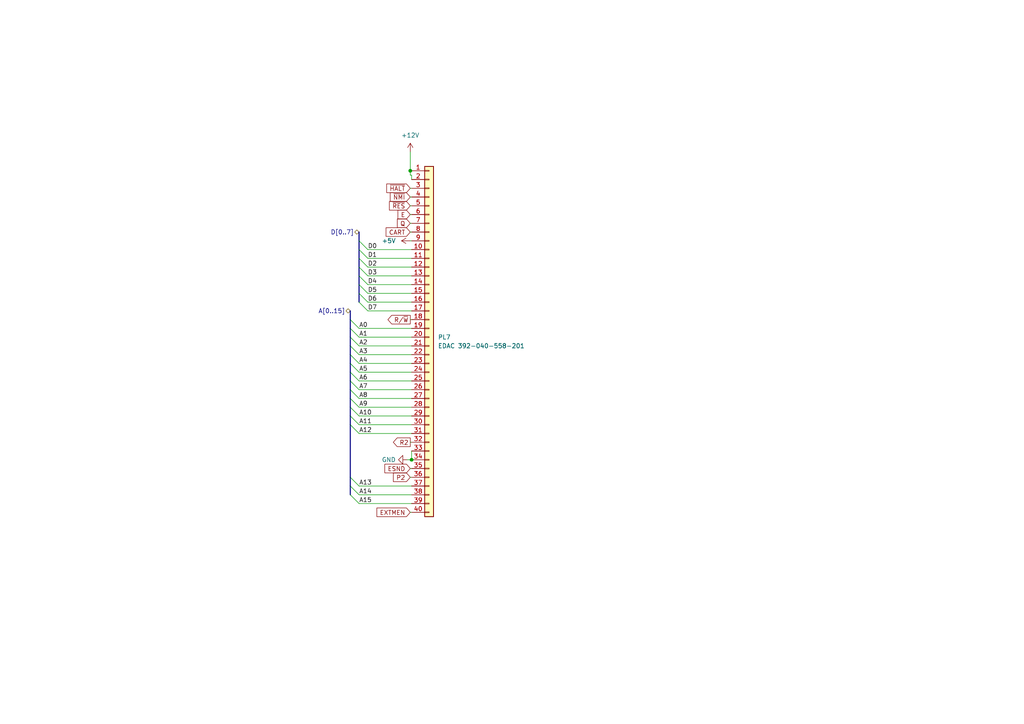
<source format=kicad_sch>
(kicad_sch (version 20231120) (generator "eeschema") (generator_version "8.0")
  (paper "A4")
  (lib_symbols
    (symbol "Connector_Generic:Conn_01x40" (pin_names (offset 1.016) hide)
      (property "Reference" "J" (at 0 50.8 0))
      (property "Value" "Conn_01x40" (at 0 -53.34 0))
      (symbol "Conn_01x40_1_1"
        (rectangle (start -1.27 -50.673) (end 0 -50.927) (stroke (width 0.1524)))
        (rectangle (start -1.27 -48.133) (end 0 -48.387) (stroke (width 0.1524)))
        (rectangle (start -1.27 -45.593) (end 0 -45.847) (stroke (width 0.1524)))
        (rectangle (start -1.27 -43.053) (end 0 -43.307) (stroke (width 0.1524)))
        (rectangle (start -1.27 -40.513) (end 0 -40.767) (stroke (width 0.1524)))
        (rectangle (start -1.27 -37.973) (end 0 -38.227) (stroke (width 0.1524)))
        (rectangle (start -1.27 -35.433) (end 0 -35.687) (stroke (width 0.1524)))
        (rectangle (start -1.27 -32.893) (end 0 -33.147) (stroke (width 0.1524)))
        (rectangle (start -1.27 -30.353) (end 0 -30.607) (stroke (width 0.1524)))
        (rectangle (start -1.27 -27.813) (end 0 -28.067) (stroke (width 0.1524)))
        (rectangle (start -1.27 -25.273) (end 0 -25.527) (stroke (width 0.1524)))
        (rectangle (start -1.27 -22.733) (end 0 -22.987) (stroke (width 0.1524)))
        (rectangle (start -1.27 -20.193) (end 0 -20.447) (stroke (width 0.1524)))
        (rectangle (start -1.27 -17.653) (end 0 -17.907) (stroke (width 0.1524)))
        (rectangle (start -1.27 -15.113) (end 0 -15.367) (stroke (width 0.1524)))
        (rectangle (start -1.27 -12.573) (end 0 -12.827) (stroke (width 0.1524)))
        (rectangle (start -1.27 -10.033) (end 0 -10.287) (stroke (width 0.1524)))
        (rectangle (start -1.27 -7.493) (end 0 -7.747) (stroke (width 0.1524)))
        (rectangle (start -1.27 -4.953) (end 0 -5.207) (stroke (width 0.1524)))
        (rectangle (start -1.27 -2.413) (end 0 -2.667) (stroke (width 0.1524)))
        (rectangle (start -1.27 0.127) (end 0 -0.127) (stroke (width 0.1524)))
        (rectangle (start -1.27 2.667) (end 0 2.413) (stroke (width 0.1524)))
        (rectangle (start -1.27 5.207) (end 0 4.953) (stroke (width 0.1524)))
        (rectangle (start -1.27 7.747) (end 0 7.493) (stroke (width 0.1524)))
        (rectangle (start -1.27 10.287) (end 0 10.033) (stroke (width 0.1524)))
        (rectangle (start -1.27 12.827) (end 0 12.573) (stroke (width 0.1524)))
        (rectangle (start -1.27 15.367) (end 0 15.113) (stroke (width 0.1524)))
        (rectangle (start -1.27 17.907) (end 0 17.653) (stroke (width 0.1524)))
        (rectangle (start -1.27 20.447) (end 0 20.193) (stroke (width 0.1524)))
        (rectangle (start -1.27 22.987) (end 0 22.733) (stroke (width 0.1524)))
        (rectangle (start -1.27 25.527) (end 0 25.273) (stroke (width 0.1524)))
        (rectangle (start -1.27 28.067) (end 0 27.813) (stroke (width 0.1524)))
        (rectangle (start -1.27 30.607) (end 0 30.353) (stroke (width 0.1524)))
        (rectangle (start -1.27 33.147) (end 0 32.893) (stroke (width 0.1524)))
        (rectangle (start -1.27 35.687) (end 0 35.433) (stroke (width 0.1524)))
        (rectangle (start -1.27 38.227) (end 0 37.973) (stroke (width 0.1524)))
        (rectangle (start -1.27 40.767) (end 0 40.513) (stroke (width 0.1524)))
        (rectangle (start -1.27 43.307) (end 0 43.053) (stroke (width 0.1524)))
        (rectangle (start -1.27 45.847) (end 0 45.593) (stroke (width 0.1524)))
        (rectangle (start -1.27 48.387) (end 0 48.133) (stroke (width 0.1524)))
        (rectangle (start -1.27 49.53) (end 1.27 -52.07) (stroke (width 0.254)) (fill (type background)))
        (pin passive line (at -5.08 48.26 0) (length 3.81) (name "Pin_1") (number "1"))
        (pin passive line (at -5.08 25.4 0) (length 3.81) (name "Pin_10") (number "10"))
        (pin passive line (at -5.08 22.86 0) (length 3.81) (name "Pin_11") (number "11"))
        (pin passive line (at -5.08 20.32 0) (length 3.81) (name "Pin_12") (number "12"))
        (pin passive line (at -5.08 17.78 0) (length 3.81) (name "Pin_13") (number "13"))
        (pin passive line (at -5.08 15.24 0) (length 3.81) (name "Pin_14") (number "14"))
        (pin passive line (at -5.08 12.7 0) (length 3.81) (name "Pin_15") (number "15"))
        (pin passive line (at -5.08 10.16 0) (length 3.81) (name "Pin_16") (number "16"))
        (pin passive line (at -5.08 7.62 0) (length 3.81) (name "Pin_17") (number "17"))
        (pin passive line (at -5.08 5.08 0) (length 3.81) (name "Pin_18") (number "18"))
        (pin passive line (at -5.08 2.54 0) (length 3.81) (name "Pin_19") (number "19"))
        (pin passive line (at -5.08 45.72 0) (length 3.81) (name "Pin_2") (number "2"))
        (pin passive line (at -5.08 0 0) (length 3.81) (name "Pin_20") (number "20"))
        (pin passive line (at -5.08 -2.54 0) (length 3.81) (name "Pin_21") (number "21"))
        (pin passive line (at -5.08 -5.08 0) (length 3.81) (name "Pin_22") (number "22"))
        (pin passive line (at -5.08 -7.62 0) (length 3.81) (name "Pin_23") (number "23"))
        (pin passive line (at -5.08 -10.16 0) (length 3.81) (name "Pin_24") (number "24"))
        (pin passive line (at -5.08 -12.7 0) (length 3.81) (name "Pin_25") (number "25"))
        (pin passive line (at -5.08 -15.24 0) (length 3.81) (name "Pin_26") (number "26"))
        (pin passive line (at -5.08 -17.78 0) (length 3.81) (name "Pin_27") (number "27"))
        (pin passive line (at -5.08 -20.32 0) (length 3.81) (name "Pin_28") (number "28"))
        (pin passive line (at -5.08 -22.86 0) (length 3.81) (name "Pin_29") (number "29"))
        (pin passive line (at -5.08 43.18 0) (length 3.81) (name "Pin_3") (number "3"))
        (pin passive line (at -5.08 -25.4 0) (length 3.81) (name "Pin_30") (number "30"))
        (pin passive line (at -5.08 -27.94 0) (length 3.81) (name "Pin_31") (number "31"))
        (pin passive line (at -5.08 -30.48 0) (length 3.81) (name "Pin_32") (number "32"))
        (pin passive line (at -5.08 -33.02 0) (length 3.81) (name "Pin_33") (number "33"))
        (pin passive line (at -5.08 -35.56 0) (length 3.81) (name "Pin_34") (number "34"))
        (pin passive line (at -5.08 -38.1 0) (length 3.81) (name "Pin_35") (number "35"))
        (pin passive line (at -5.08 -40.64 0) (length 3.81) (name "Pin_36") (number "36"))
        (pin passive line (at -5.08 -43.18 0) (length 3.81) (name "Pin_37") (number "37"))
        (pin passive line (at -5.08 -45.72 0) (length 3.81) (name "Pin_38") (number "38"))
        (pin passive line (at -5.08 -48.26 0) (length 3.81) (name "Pin_39") (number "39"))
        (pin passive line (at -5.08 40.64 0) (length 3.81) (name "Pin_4") (number "4"))
        (pin passive line (at -5.08 -50.8 0) (length 3.81) (name "Pin_40") (number "40"))
        (pin passive line (at -5.08 38.1 0) (length 3.81) (name "Pin_5") (number "5"))
        (pin passive line (at -5.08 35.56 0) (length 3.81) (name "Pin_6") (number "6"))
        (pin passive line (at -5.08 33.02 0) (length 3.81) (name "Pin_7") (number "7"))
        (pin passive line (at -5.08 30.48 0) (length 3.81) (name "Pin_8") (number "8"))
        (pin passive line (at -5.08 27.94 0) (length 3.81) (name "Pin_9") (number "9"))
      )
    )
    (symbol "power:+12V" (power) (pin_names (offset 0))
      (property "Value" "+12V" (at 0 3.556 0))
      (symbol "+12V_0_1"
        (polyline (pts (xy -0.762 1.27) (xy 0 2.54)))
        (polyline (pts (xy 0 0) (xy 0 2.54)))
        (polyline (pts (xy 0 2.54) (xy 0.762 1.27)))
      )
      (symbol "+12V_1_1"
        (pin power_in line (at 0 0 90) (length 0) hide (name "+12V") (number "1"))
      )
    )
    (symbol "power:+5V" (power) (pin_names (offset 0))
      (property "Value" "+5V" (at 0 3.556 0))
      (symbol "+5V_0_1"
        (polyline (pts (xy -0.762 1.27) (xy 0 2.54)))
        (polyline (pts (xy 0 0) (xy 0 2.54)))
        (polyline (pts (xy 0 2.54) (xy 0.762 1.27)))
      )
      (symbol "+5V_1_1"
        (pin power_in line (at 0 0 90) (length 0) hide (name "+5V") (number "1"))
      )
    )
    (symbol "power:GND" (power) (pin_names (offset 0))
      (property "Value" "GND" (at 0 -3.81 0))
      (symbol "GND_0_1"
        (polyline (pts (xy 0 0) (xy 0 -1.27) (xy 1.27 -1.27) (xy 0 -2.54) (xy -1.27 -1.27) (xy 0 -1.27)))
      )
      (symbol "GND_1_1"
        (pin power_in line (at 0 0 270) (length 0) hide (name "GND") (number "1"))
      )
    )
  )
  (junction (at 119.38 133.35))
  (junction (at 118.999 49.53))
  (bus_entry (at 101.6 138.43) (size 2.54 2.54))
  (bus_entry (at 101.6 95.25) (size 2.54 2.54))
  (bus_entry (at 101.6 100.33) (size 2.54 2.54))
  (bus_entry (at 104.14 82.55) (size 2.54 2.54))
  (bus_entry (at 101.6 120.65) (size 2.54 2.54))
  (bus_entry (at 101.6 118.11) (size 2.54 2.54))
  (bus_entry (at 104.14 77.47) (size 2.54 2.54))
  (bus_entry (at 104.14 72.39) (size 2.54 2.54))
  (bus_entry (at 104.14 85.09) (size 2.54 2.54))
  (bus_entry (at 101.6 102.87) (size 2.54 2.54))
  (bus_entry (at 104.14 69.85) (size 2.54 2.54))
  (bus_entry (at 101.6 92.71) (size 2.54 2.54))
  (bus_entry (at 104.14 74.93) (size 2.54 2.54))
  (bus_entry (at 101.6 107.95) (size 2.54 2.54))
  (bus_entry (at 101.6 113.03) (size 2.54 2.54))
  (bus_entry (at 101.6 97.79) (size 2.54 2.54))
  (bus_entry (at 101.6 110.49) (size 2.54 2.54))
  (bus_entry (at 101.6 115.57) (size 2.54 2.54))
  (bus_entry (at 104.14 87.63) (size 2.54 2.54))
  (bus_entry (at 101.6 123.19) (size 2.54 2.54))
  (bus_entry (at 104.14 80.01) (size 2.54 2.54))
  (bus_entry (at 101.6 140.97) (size 2.54 2.54))
  (bus_entry (at 101.6 143.51) (size 2.54 2.54))
  (bus_entry (at 101.6 105.41) (size 2.54 2.54))
  (wire (pts (xy 104.14 102.87) (xy 119.38 102.87)))
  (wire (pts (xy 106.68 85.09) (xy 119.38 85.09)))
  (wire (pts (xy 104.14 146.05) (xy 119.38 146.05)))
  (bus (pts (xy 104.14 82.55) (xy 104.14 85.09)))
  (wire (pts (xy 119.38 135.89) (xy 118.999 135.89)))
  (wire (pts (xy 106.68 87.63) (xy 119.38 87.63)))
  (bus (pts (xy 101.6 113.03) (xy 101.6 115.57)))
  (bus (pts (xy 101.6 97.79) (xy 101.6 100.33)))
  (bus (pts (xy 104.14 80.01) (xy 104.14 82.55)))
  (bus (pts (xy 101.6 102.87) (xy 101.6 105.41)))
  (wire (pts (xy 104.14 107.95) (xy 119.38 107.95)))
  (bus (pts (xy 101.6 140.97) (xy 101.6 143.51)))
  (wire (pts (xy 106.68 80.01) (xy 119.38 80.01)))
  (bus (pts (xy 101.6 92.71) (xy 101.6 95.25)))
  (wire (pts (xy 119.38 64.77) (xy 118.999 64.77)))
  (bus (pts (xy 104.14 72.39) (xy 104.14 74.93)))
  (wire (pts (xy 104.14 110.49) (xy 119.38 110.49)))
  (bus (pts (xy 104.14 67.31) (xy 104.14 69.85)))
  (wire (pts (xy 119.38 57.15) (xy 118.999 57.15)))
  (bus (pts (xy 104.14 69.85) (xy 104.14 72.39)))
  (wire (pts (xy 104.14 118.11) (xy 119.38 118.11)))
  (bus (pts (xy 104.14 85.09) (xy 104.14 87.63)))
  (wire (pts (xy 119.38 148.59) (xy 118.999 148.59)))
  (bus (pts (xy 101.6 105.41) (xy 101.6 107.95)))
  (wire (pts (xy 119.38 62.23) (xy 118.999 62.23)))
  (bus (pts (xy 101.6 107.95) (xy 101.6 110.49)))
  (bus (pts (xy 104.14 77.47) (xy 104.14 80.01)))
  (wire (pts (xy 106.68 82.55) (xy 119.38 82.55)))
  (wire (pts (xy 104.14 100.33) (xy 119.38 100.33)))
  (wire (pts (xy 119.38 130.81) (xy 119.38 133.35)))
  (wire (pts (xy 104.14 113.03) (xy 119.38 113.03)))
  (wire (pts (xy 104.14 120.65) (xy 119.38 120.65)))
  (wire (pts (xy 106.68 74.93) (xy 119.38 74.93)))
  (wire (pts (xy 119.38 54.61) (xy 118.999 54.61)))
  (wire (pts (xy 104.14 143.51) (xy 119.38 143.51)))
  (bus (pts (xy 104.14 74.93) (xy 104.14 77.47)))
  (wire (pts (xy 118.999 50.8) (xy 118.999 49.53)))
  (bus (pts (xy 101.6 95.25) (xy 101.6 97.79)))
  (wire (pts (xy 104.14 125.73) (xy 119.38 125.73)))
  (wire (pts (xy 119.38 67.31) (xy 118.999 67.31)))
  (wire (pts (xy 119.38 69.85) (xy 118.999 69.85)))
  (wire (pts (xy 104.14 105.41) (xy 119.38 105.41)))
  (wire (pts (xy 104.14 97.79) (xy 119.38 97.79)))
  (bus (pts (xy 101.6 115.57) (xy 101.6 118.11)))
  (wire (pts (xy 106.68 72.39) (xy 119.38 72.39)))
  (wire (pts (xy 119.38 128.27) (xy 118.999 128.27)))
  (bus (pts (xy 101.6 118.11) (xy 101.6 120.65)))
  (wire (pts (xy 119.38 59.69) (xy 118.999 59.69)))
  (bus (pts (xy 101.6 138.43) (xy 101.6 140.97)))
  (wire (pts (xy 119.38 50.8) (xy 119.38 52.07)))
  (bus (pts (xy 101.6 123.19) (xy 101.6 138.43)))
  (wire (pts (xy 119.38 92.71) (xy 118.999 92.71)))
  (bus (pts (xy 101.6 100.33) (xy 101.6 102.87)))
  (wire (pts (xy 104.14 115.57) (xy 119.38 115.57)))
  (wire (pts (xy 119.38 50.8) (xy 118.999 50.8)))
  (bus (pts (xy 101.6 110.49) (xy 101.6 113.03)))
  (wire (pts (xy 118.999 44.069) (xy 118.999 49.53)))
  (bus (pts (xy 101.6 120.65) (xy 101.6 123.19)))
  (wire (pts (xy 106.68 77.47) (xy 119.38 77.47)))
  (wire (pts (xy 104.14 140.97) (xy 119.38 140.97)))
  (wire (pts (xy 118.11 133.35) (xy 119.38 133.35)))
  (wire (pts (xy 104.14 95.25) (xy 119.38 95.25)))
  (wire (pts (xy 104.14 123.19) (xy 119.38 123.19)))
  (wire (pts (xy 106.68 90.17) (xy 119.38 90.17)))
  (wire (pts (xy 119.38 138.43) (xy 118.999 138.43)))
  (wire (pts (xy 119.38 49.53) (xy 118.999 49.53)))
  (bus (pts (xy 101.6 90.17) (xy 101.6 92.71)))
  (label "D0" (at 106.68 72.39 0))
  (label "A1" (at 104.14 97.79 0))
  (label "A14" (at 104.14 143.51 0))
  (label "A0" (at 104.14 95.25 0))
  (label "A13" (at 104.14 140.97 0))
  (label "A7" (at 104.14 113.03 0))
  (label "D7" (at 106.68 90.17 0))
  (label "A9" (at 104.14 118.11 0))
  (label "A12" (at 104.14 125.73 0))
  (label "A5" (at 104.14 107.95 0))
  (label "A2" (at 104.14 100.33 0))
  (label "A10" (at 104.14 120.65 0))
  (label "D5" (at 106.68 85.09 0))
  (label "A3" (at 104.14 102.87 0))
  (label "D2" (at 106.68 77.47 0))
  (label "D4" (at 106.68 82.55 0))
  (label "A6" (at 104.14 110.49 0))
  (label "D6" (at 106.68 87.63 0))
  (label "A8" (at 104.14 115.57 0))
  (label "D1" (at 106.68 74.93 0))
  (label "A15" (at 104.14 146.05 0))
  (label "A11" (at 104.14 123.19 0))
  (label "D3" (at 106.68 80.01 0))
  (label "A4" (at 104.14 105.41 0))
  (global_label "ESND" (shape input) (at 118.999 135.89 180) (property "Intersheetrefs" "${INTERSHEET_REFS}" (effects (hide yes))))
  (global_label "~{HALT}" (shape input) (at 118.999 54.61 180) (property "Intersheetrefs" "${INTERSHEET_REFS}" (effects (hide yes))))
  (global_label "~{NMI}" (shape input) (at 118.999 57.15 180) (property "Intersheetrefs" "${INTERSHEET_REFS}" (effects (hide yes))))
  (global_label "~{RES}" (shape input) (at 118.999 59.69 180) (property "Intersheetrefs" "${INTERSHEET_REFS}" (effects (hide yes))))
  (global_label "CART" (shape input) (at 118.999 67.31 180) (property "Intersheetrefs" "${INTERSHEET_REFS}" (effects (hide yes))))
  (global_label "Q" (shape input) (at 118.999 64.77 180) (property "Intersheetrefs" "${INTERSHEET_REFS}" (effects (hide yes))))
  (global_label "R2" (shape output) (at 118.999 128.27 180) (property "Intersheetrefs" "${INTERSHEET_REFS}" (effects (hide yes))))
  (global_label "E" (shape input) (at 118.999 62.23 180) (property "Intersheetrefs" "${INTERSHEET_REFS}" (effects (hide yes))))
  (global_label "P2" (shape input) (at 118.999 138.43 180) (property "Intersheetrefs" "${INTERSHEET_REFS}" (effects (hide yes))))
  (global_label "R{slash}~{W}" (shape output) (at 118.999 92.71 180) (property "Intersheetrefs" "${INTERSHEET_REFS}" (effects (hide yes))))
  (global_label "EXTMEN" (shape input) (at 118.999 148.59 180) (property "Intersheetrefs" "${INTERSHEET_REFS}" (effects (hide yes))))
  (hierarchical_label "D[0..7]" (shape bidirectional) (at 104.14 67.31 180))
  (hierarchical_label "A[0..15]" (shape bidirectional) (at 101.6 90.17 180))
  (symbol (lib_id "power:+12V") (at 118.999 44.069 0) (unit 1)
    (property "Reference" "#PWR017" (effects (hide yes)))
    (property "Value" "+12V" (at 118.999 39.243 0))
  )
  (symbol (lib_id "Connector_Generic:Conn_01x40") (at 124.46 97.79 0) (unit 1)
    (property "Reference" "PL7" (at 127 97.7899 0) (effects (justify left)))
    (property "Value" "EDAC 392-040-558-201" (at 127 100.3299 0) (effects (justify left)))
    (property "Footprint" "Dragon:Edge_2x20_P2.54mm_OvalMP" (effects (hide yes)))
    (property "Datasheet" "https://files.edac.net/edac/content/342/342-040-558-212%20-%20EDAC%20Card%20Edge%20Connector.PDF" (effects (hide yes)))
    (property "DigiKey" "151-395-040-558-201-ND" (effects (hide yes)))
    (property "Mouser" "587-395-040-558-201" (effects (hide yes)))
  )
  (symbol (lib_id "power:GND") (at 118.11 133.35 270) (unit 1)
    (property "Reference" "#PWR016" (effects (hide yes)))
    (property "Value" "GND" (at 114.808 133.3499 90) (effects (justify right)))
  )
  (symbol (lib_id "power:+5V") (at 118.999 69.85 90) (unit 1)
    (property "Reference" "#PWR018" (effects (hide yes)))
    (property "Value" "+5V" (at 114.808 69.8499 90) (effects (justify left)))
  )
)
</source>
